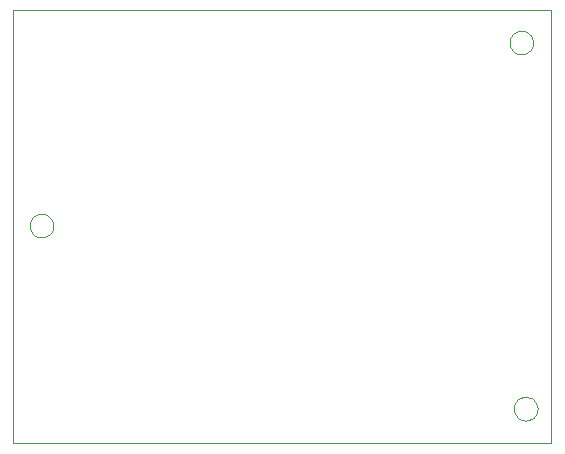
<source format=gbo>
G75*
G70*
%OFA0B0*%
%FSLAX24Y24*%
%IPPOS*%
%LPD*%
%AMOC8*
5,1,8,0,0,1.08239X$1,22.5*
%
%ADD10C,0.0000*%
D10*
X000235Y000146D02*
X000235Y014580D01*
X018168Y014580D01*
X018168Y000146D01*
X000235Y000146D01*
X000776Y007396D02*
X000778Y007435D01*
X000784Y007474D01*
X000794Y007512D01*
X000807Y007549D01*
X000824Y007584D01*
X000844Y007618D01*
X000868Y007649D01*
X000895Y007678D01*
X000924Y007704D01*
X000956Y007727D01*
X000990Y007747D01*
X001026Y007763D01*
X001063Y007775D01*
X001102Y007784D01*
X001141Y007789D01*
X001180Y007790D01*
X001219Y007787D01*
X001258Y007780D01*
X001295Y007769D01*
X001332Y007755D01*
X001367Y007737D01*
X001400Y007716D01*
X001431Y007691D01*
X001459Y007664D01*
X001484Y007634D01*
X001506Y007601D01*
X001525Y007567D01*
X001540Y007531D01*
X001552Y007493D01*
X001560Y007455D01*
X001564Y007416D01*
X001564Y007376D01*
X001560Y007337D01*
X001552Y007299D01*
X001540Y007261D01*
X001525Y007225D01*
X001506Y007191D01*
X001484Y007158D01*
X001459Y007128D01*
X001431Y007101D01*
X001400Y007076D01*
X001367Y007055D01*
X001332Y007037D01*
X001295Y007023D01*
X001258Y007012D01*
X001219Y007005D01*
X001180Y007002D01*
X001141Y007003D01*
X001102Y007008D01*
X001063Y007017D01*
X001026Y007029D01*
X000990Y007045D01*
X000956Y007065D01*
X000924Y007088D01*
X000895Y007114D01*
X000868Y007143D01*
X000844Y007174D01*
X000824Y007208D01*
X000807Y007243D01*
X000794Y007280D01*
X000784Y007318D01*
X000778Y007357D01*
X000776Y007396D01*
X016770Y013498D02*
X016772Y013537D01*
X016778Y013576D01*
X016788Y013614D01*
X016801Y013651D01*
X016818Y013686D01*
X016838Y013720D01*
X016862Y013751D01*
X016889Y013780D01*
X016918Y013806D01*
X016950Y013829D01*
X016984Y013849D01*
X017020Y013865D01*
X017057Y013877D01*
X017096Y013886D01*
X017135Y013891D01*
X017174Y013892D01*
X017213Y013889D01*
X017252Y013882D01*
X017289Y013871D01*
X017326Y013857D01*
X017361Y013839D01*
X017394Y013818D01*
X017425Y013793D01*
X017453Y013766D01*
X017478Y013736D01*
X017500Y013703D01*
X017519Y013669D01*
X017534Y013633D01*
X017546Y013595D01*
X017554Y013557D01*
X017558Y013518D01*
X017558Y013478D01*
X017554Y013439D01*
X017546Y013401D01*
X017534Y013363D01*
X017519Y013327D01*
X017500Y013293D01*
X017478Y013260D01*
X017453Y013230D01*
X017425Y013203D01*
X017394Y013178D01*
X017361Y013157D01*
X017326Y013139D01*
X017289Y013125D01*
X017252Y013114D01*
X017213Y013107D01*
X017174Y013104D01*
X017135Y013105D01*
X017096Y013110D01*
X017057Y013119D01*
X017020Y013131D01*
X016984Y013147D01*
X016950Y013167D01*
X016918Y013190D01*
X016889Y013216D01*
X016862Y013245D01*
X016838Y013276D01*
X016818Y013310D01*
X016801Y013345D01*
X016788Y013382D01*
X016778Y013420D01*
X016772Y013459D01*
X016770Y013498D01*
X016917Y001294D02*
X016919Y001333D01*
X016925Y001372D01*
X016935Y001410D01*
X016948Y001447D01*
X016965Y001482D01*
X016985Y001516D01*
X017009Y001547D01*
X017036Y001576D01*
X017065Y001602D01*
X017097Y001625D01*
X017131Y001645D01*
X017167Y001661D01*
X017204Y001673D01*
X017243Y001682D01*
X017282Y001687D01*
X017321Y001688D01*
X017360Y001685D01*
X017399Y001678D01*
X017436Y001667D01*
X017473Y001653D01*
X017508Y001635D01*
X017541Y001614D01*
X017572Y001589D01*
X017600Y001562D01*
X017625Y001532D01*
X017647Y001499D01*
X017666Y001465D01*
X017681Y001429D01*
X017693Y001391D01*
X017701Y001353D01*
X017705Y001314D01*
X017705Y001274D01*
X017701Y001235D01*
X017693Y001197D01*
X017681Y001159D01*
X017666Y001123D01*
X017647Y001089D01*
X017625Y001056D01*
X017600Y001026D01*
X017572Y000999D01*
X017541Y000974D01*
X017508Y000953D01*
X017473Y000935D01*
X017436Y000921D01*
X017399Y000910D01*
X017360Y000903D01*
X017321Y000900D01*
X017282Y000901D01*
X017243Y000906D01*
X017204Y000915D01*
X017167Y000927D01*
X017131Y000943D01*
X017097Y000963D01*
X017065Y000986D01*
X017036Y001012D01*
X017009Y001041D01*
X016985Y001072D01*
X016965Y001106D01*
X016948Y001141D01*
X016935Y001178D01*
X016925Y001216D01*
X016919Y001255D01*
X016917Y001294D01*
M02*

</source>
